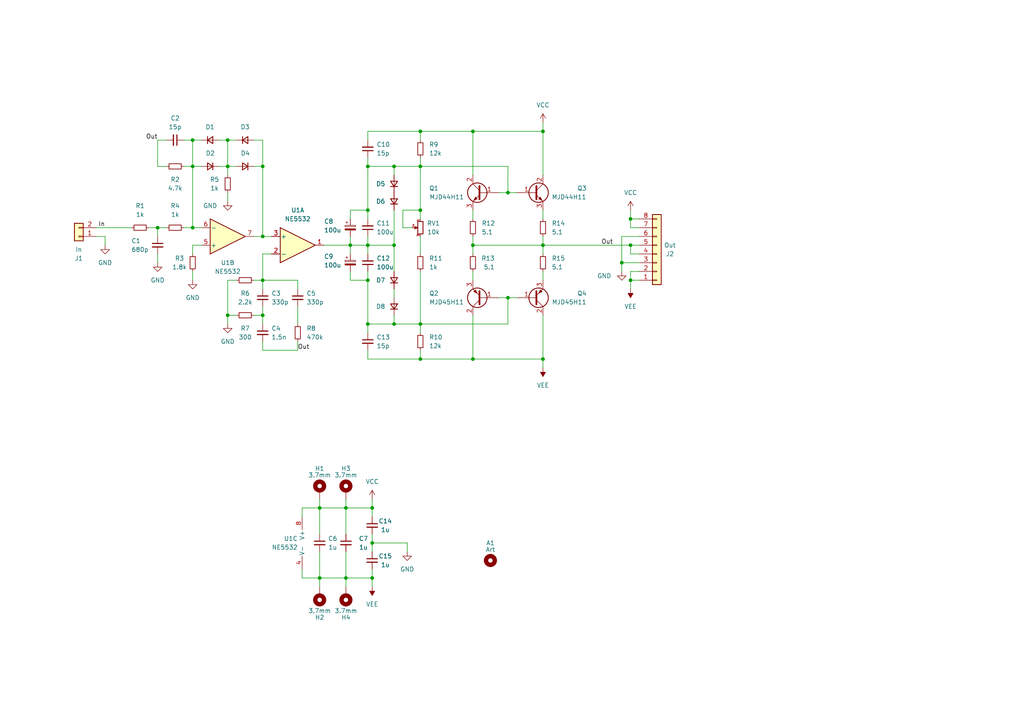
<source format=kicad_sch>
(kicad_sch (version 20211123) (generator eeschema)
  (paper "A4")
  (lib_symbols
    (symbol "Amplifier_Operational:NE5532" (pin_names (offset 0.127))
      (property "Reference" "U" (at 0 5.08 0))
      (property "Value" "NE5532" (at 0 -5.08 0))
      (symbol "NE5532_1_1"
        (polyline (pts (xy -5.08 5.08) (xy 5.08 0) (xy -5.08 -5.08) (xy -5.08 5.08)) (stroke (width 0.254)) (fill (type background)))
        (pin output line (at 7.62 0 180) (length 2.54) (name "~") (number "1"))
        (pin input line (at -7.62 -2.54 0) (length 2.54) (name "-") (number "2"))
        (pin input line (at -7.62 2.54 0) (length 2.54) (name "+") (number "3"))
      )
      (symbol "NE5532_2_1"
        (polyline (pts (xy -5.08 5.08) (xy 5.08 0) (xy -5.08 -5.08) (xy -5.08 5.08)) (stroke (width 0.254)) (fill (type background)))
        (pin input line (at -7.62 2.54 0) (length 2.54) (name "+") (number "5"))
        (pin input line (at -7.62 -2.54 0) (length 2.54) (name "-") (number "6"))
        (pin output line (at 7.62 0 180) (length 2.54) (name "~") (number "7"))
      )
      (symbol "NE5532_3_1"
        (pin power_in line (at -2.54 -7.62 90) (length 3.81) (name "V-") (number "4"))
        (pin power_in line (at -2.54 7.62 270) (length 3.81) (name "V+") (number "8"))
      )
    )
    (symbol "Connector_Generic:Conn_01x02" (pin_names (offset 1.016) hide)
      (property "Reference" "J" (at 0 2.54 0))
      (property "Value" "Conn_01x02" (at 0 -5.08 0))
      (symbol "Conn_01x02_1_1"
        (rectangle (start -1.27 -2.413) (end 0 -2.667) (stroke (width 0.1524)))
        (rectangle (start -1.27 0.127) (end 0 -0.127) (stroke (width 0.1524)))
        (rectangle (start -1.27 1.27) (end 1.27 -3.81) (stroke (width 0.254)) (fill (type background)))
        (pin passive line (at -5.08 0 0) (length 3.81) (name "Pin_1") (number "1"))
        (pin passive line (at -5.08 -2.54 0) (length 3.81) (name "Pin_2") (number "2"))
      )
    )
    (symbol "Connector_Generic:Conn_01x08" (pin_names (offset 1.016) hide)
      (property "Reference" "J" (at 0 10.16 0))
      (property "Value" "Conn_01x08" (at 0 -12.7 0))
      (symbol "Conn_01x08_1_1"
        (rectangle (start -1.27 -10.033) (end 0 -10.287) (stroke (width 0.1524)))
        (rectangle (start -1.27 -7.493) (end 0 -7.747) (stroke (width 0.1524)))
        (rectangle (start -1.27 -4.953) (end 0 -5.207) (stroke (width 0.1524)))
        (rectangle (start -1.27 -2.413) (end 0 -2.667) (stroke (width 0.1524)))
        (rectangle (start -1.27 0.127) (end 0 -0.127) (stroke (width 0.1524)))
        (rectangle (start -1.27 2.667) (end 0 2.413) (stroke (width 0.1524)))
        (rectangle (start -1.27 5.207) (end 0 4.953) (stroke (width 0.1524)))
        (rectangle (start -1.27 7.747) (end 0 7.493) (stroke (width 0.1524)))
        (rectangle (start -1.27 8.89) (end 1.27 -11.43) (stroke (width 0.254)) (fill (type background)))
        (pin passive line (at -5.08 7.62 0) (length 3.81) (name "Pin_1") (number "1"))
        (pin passive line (at -5.08 5.08 0) (length 3.81) (name "Pin_2") (number "2"))
        (pin passive line (at -5.08 2.54 0) (length 3.81) (name "Pin_3") (number "3"))
        (pin passive line (at -5.08 0 0) (length 3.81) (name "Pin_4") (number "4"))
        (pin passive line (at -5.08 -2.54 0) (length 3.81) (name "Pin_5") (number "5"))
        (pin passive line (at -5.08 -5.08 0) (length 3.81) (name "Pin_6") (number "6"))
        (pin passive line (at -5.08 -7.62 0) (length 3.81) (name "Pin_7") (number "7"))
        (pin passive line (at -5.08 -10.16 0) (length 3.81) (name "Pin_8") (number "8"))
      )
    )
    (symbol "Device:C_Polarized_Small" (pin_numbers hide) (pin_names (offset 0.254) hide)
      (property "Reference" "C" (at 0.254 1.778 0))
      (property "Value" "C_Polarized_Small" (at 0.254 -2.032 0))
      (symbol "C_Polarized_Small_0_1"
        (rectangle (start -1.524 -0.3048) (end 1.524 -0.6858) (fill (type outline)))
        (rectangle (start -1.524 0.6858) (end 1.524 0.3048))
        (polyline (pts (xy -1.27 1.524) (xy -0.762 1.524)))
        (polyline (pts (xy -1.016 1.27) (xy -1.016 1.778)))
      )
      (symbol "C_Polarized_Small_1_1"
        (pin passive line (at 0 2.54 270) (length 1.8542) (name "~") (number "1"))
        (pin passive line (at 0 -2.54 90) (length 1.8542) (name "~") (number "2"))
      )
    )
    (symbol "Device:C_Small" (pin_numbers hide) (pin_names (offset 0.254) hide)
      (property "Reference" "C" (at 0.254 1.778 0))
      (property "Value" "C_Small" (at 0.254 -2.032 0))
      (symbol "C_Small_0_1"
        (polyline (pts (xy -1.524 -0.508) (xy 1.524 -0.508)) (stroke (width 0.3302)))
        (polyline (pts (xy -1.524 0.508) (xy 1.524 0.508)) (stroke (width 0.3048)))
      )
      (symbol "C_Small_1_1"
        (pin passive line (at 0 2.54 270) (length 2.032) (name "~") (number "1"))
        (pin passive line (at 0 -2.54 90) (length 2.032) (name "~") (number "2"))
      )
    )
    (symbol "Device:D_Small" (pin_numbers hide) (pin_names (offset 0.254) hide)
      (property "Reference" "D" (at -1.27 2.032 0))
      (property "Value" "D_Small" (at -3.81 -2.032 0))
      (symbol "D_Small_0_1"
        (polyline (pts (xy -0.762 -1.016) (xy -0.762 1.016)) (stroke (width 0.254)))
        (polyline (pts (xy -0.762 0) (xy 0.762 0)))
        (polyline (pts (xy 0.762 -1.016) (xy -0.762 0) (xy 0.762 1.016) (xy 0.762 -1.016)) (stroke (width 0.254)))
      )
      (symbol "D_Small_1_1"
        (pin passive line (at -2.54 0 0) (length 1.778) (name "K") (number "1"))
        (pin passive line (at 2.54 0 180) (length 1.778) (name "A") (number "2"))
      )
    )
    (symbol "Device:R_Potentiometer_Small" (pin_names (offset 1.016) hide)
      (property "Reference" "RV" (at -4.445 0 90))
      (property "Value" "R_Potentiometer_Small" (at -2.54 0 90))
      (symbol "R_Potentiometer_Small_0_1"
        (polyline (pts (xy 0.889 0) (xy 0.635 0) (xy 1.651 0.381) (xy 1.651 -0.381) (xy 0.635 0) (xy 0.889 0)) (fill (type outline)))
        (rectangle (start 0.762 1.8034) (end -0.762 -1.8034) (stroke (width 0.254)))
      )
      (symbol "R_Potentiometer_Small_1_1"
        (pin passive line (at 0 2.54 270) (length 0.635) (name "1") (number "1"))
        (pin passive line (at 2.54 0 180) (length 0.9906) (name "2") (number "2"))
        (pin passive line (at 0 -2.54 90) (length 0.635) (name "3") (number "3"))
      )
    )
    (symbol "Device:R_Small" (pin_numbers hide) (pin_names (offset 0.254) hide)
      (property "Reference" "R" (at 0.762 0.508 0))
      (property "Value" "R_Small" (at 0.762 -1.016 0))
      (symbol "R_Small_0_1"
        (rectangle (start -0.762 1.778) (end 0.762 -1.778) (stroke (width 0.2032)))
      )
      (symbol "R_Small_1_1"
        (pin passive line (at 0 2.54 270) (length 0.762) (name "~") (number "1"))
        (pin passive line (at 0 -2.54 90) (length 0.762) (name "~") (number "2"))
      )
    )
    (symbol "Mechanical:MountingHole" (pin_names (offset 1.016))
      (property "Reference" "H" (at 0 5.08 0))
      (property "Value" "MountingHole" (at 0 3.175 0))
      (symbol "MountingHole_0_1"
        (circle (center 0 0) (radius 1.27) (stroke (width 1.27)))
      )
    )
    (symbol "Mechanical:MountingHole_Pad" (pin_numbers hide) (pin_names (offset 1.016) hide)
      (property "Reference" "H" (at 0 6.35 0))
      (property "Value" "MountingHole_Pad" (at 0 4.445 0))
      (symbol "MountingHole_Pad_0_1"
        (circle (center 0 1.27) (radius 1.27) (stroke (width 1.27)))
      )
      (symbol "MountingHole_Pad_1_1"
        (pin input line (at 0 -2.54 90) (length 2.54) (name "1") (number "1"))
      )
    )
    (symbol "Transistor_BJT:TIP41" (pin_names (offset 0) hide)
      (property "Reference" "Q" (at 6.35 1.905 0))
      (property "Value" "TIP41" (at 6.35 0 0))
      (symbol "TIP41_0_1"
        (polyline (pts (xy 0.635 0.635) (xy 2.54 2.54)))
        (polyline (pts (xy 0.635 -0.635) (xy 2.54 -2.54) (xy 2.54 -2.54)))
        (polyline (pts (xy 0.635 1.905) (xy 0.635 -1.905) (xy 0.635 -1.905)) (stroke (width 0.508)))
        (polyline (pts (xy 1.27 -1.778) (xy 1.778 -1.27) (xy 2.286 -2.286) (xy 1.27 -1.778) (xy 1.27 -1.778)) (fill (type outline)))
        (circle (center 1.27 0) (radius 2.8194) (stroke (width 0.254)))
      )
      (symbol "TIP41_1_1"
        (pin input line (at -5.08 0 0) (length 5.715) (name "B") (number "1"))
        (pin passive line (at 2.54 5.08 270) (length 2.54) (name "C") (number "2"))
        (pin passive line (at 2.54 -5.08 90) (length 2.54) (name "E") (number "3"))
      )
    )
    (symbol "Transistor_BJT:TIP42" (pin_names (offset 0) hide)
      (property "Reference" "Q" (at 6.35 1.905 0))
      (property "Value" "TIP42" (at 6.35 0 0))
      (symbol "TIP42_0_1"
        (polyline (pts (xy 0.635 0.635) (xy 2.54 2.54)))
        (polyline (pts (xy 0.635 -0.635) (xy 2.54 -2.54) (xy 2.54 -2.54)))
        (polyline (pts (xy 0.635 1.905) (xy 0.635 -1.905) (xy 0.635 -1.905)) (stroke (width 0.508)))
        (polyline (pts (xy 2.286 -1.778) (xy 1.778 -2.286) (xy 1.27 -1.27) (xy 2.286 -1.778) (xy 2.286 -1.778)) (fill (type outline)))
        (circle (center 1.27 0) (radius 2.8194) (stroke (width 0.254)))
      )
      (symbol "TIP42_1_1"
        (pin input line (at -5.08 0 0) (length 5.715) (name "B") (number "1"))
        (pin passive line (at 2.54 5.08 270) (length 2.54) (name "C") (number "2"))
        (pin passive line (at 2.54 -5.08 90) (length 2.54) (name "E") (number "3"))
      )
    )
    (symbol "power:GND" (power) (pin_names (offset 0))
      (property "Value" "GND" (at 0 -3.81 0))
      (symbol "GND_0_1"
        (polyline (pts (xy 0 0) (xy 0 -1.27) (xy 1.27 -1.27) (xy 0 -2.54) (xy -1.27 -1.27) (xy 0 -1.27)))
      )
      (symbol "GND_1_1"
        (pin power_in line (at 0 0 270) (length 0) hide (name "GND") (number "1"))
      )
    )
    (symbol "power:VCC" (power) (pin_names (offset 0))
      (property "Value" "VCC" (at 0 3.81 0))
      (symbol "VCC_0_1"
        (polyline (pts (xy -0.762 1.27) (xy 0 2.54)))
        (polyline (pts (xy 0 0) (xy 0 2.54)))
        (polyline (pts (xy 0 2.54) (xy 0.762 1.27)))
      )
      (symbol "VCC_1_1"
        (pin power_in line (at 0 0 90) (length 0) hide (name "VCC") (number "1"))
      )
    )
    (symbol "power:VEE" (power) (pin_names (offset 0))
      (property "Value" "VEE" (at 0 3.81 0))
      (symbol "VEE_0_1"
        (polyline (pts (xy 0 0) (xy 0 2.54)))
        (polyline (pts (xy 0.762 1.27) (xy -0.762 1.27) (xy 0 2.54) (xy 0.762 1.27)) (fill (type outline)))
      )
      (symbol "VEE_1_1"
        (pin power_in line (at 0 0 90) (length 0) hide (name "VEE") (number "1"))
      )
    )
  )
  (junction (at 92.71 167.64))
  (junction (at 45.72 66.04))
  (junction (at 121.92 48.26))
  (junction (at 121.92 93.98))
  (junction (at 137.16 71.12))
  (junction (at 106.68 93.98))
  (junction (at 106.68 71.12))
  (junction (at 76.2 48.26))
  (junction (at 66.04 40.64))
  (junction (at 147.32 55.88))
  (junction (at 121.92 60.96))
  (junction (at 106.68 48.26))
  (junction (at 55.88 48.26))
  (junction (at 107.95 147.32))
  (junction (at 66.04 48.26))
  (junction (at 76.2 68.58))
  (junction (at 76.2 91.44))
  (junction (at 55.88 40.64))
  (junction (at 114.3 48.26))
  (junction (at 106.68 81.28))
  (junction (at 137.16 38.1))
  (junction (at 106.68 60.96))
  (junction (at 107.95 167.64))
  (junction (at 66.04 91.44))
  (junction (at 121.92 38.1))
  (junction (at 114.3 93.98))
  (junction (at 76.2 81.28))
  (junction (at 114.3 71.12))
  (junction (at 182.88 71.12))
  (junction (at 137.16 104.14))
  (junction (at 55.88 66.04))
  (junction (at 182.88 81.28))
  (junction (at 157.48 38.1))
  (junction (at 100.33 167.64))
  (junction (at 157.48 71.12))
  (junction (at 147.32 86.36))
  (junction (at 157.48 104.14))
  (junction (at 182.88 63.5))
  (junction (at 180.34 76.2))
  (junction (at 101.6 71.12))
  (junction (at 100.33 147.32))
  (junction (at 92.71 147.32))
  (junction (at 107.95 157.48))
  (junction (at 121.92 104.14))
  (wire (pts (xy 147.32 55.88) (xy 147.32 48.26)))
  (wire (pts (xy 76.2 48.26) (xy 73.66 48.26)))
  (wire (pts (xy 144.78 86.36) (xy 147.32 86.36)))
  (wire (pts (xy 92.71 167.64) (xy 100.33 167.64)))
  (wire (pts (xy 106.68 93.98) (xy 106.68 96.52)))
  (wire (pts (xy 121.92 104.14) (xy 137.16 104.14)))
  (wire (pts (xy 182.88 63.5) (xy 182.88 66.04)))
  (wire (pts (xy 45.72 66.04) (xy 45.72 68.58)))
  (wire (pts (xy 137.16 60.96) (xy 137.16 63.5)))
  (wire (pts (xy 107.95 157.48) (xy 118.11 157.48)))
  (wire (pts (xy 101.6 71.12) (xy 101.6 73.66)))
  (wire (pts (xy 121.92 48.26) (xy 147.32 48.26)))
  (wire (pts (xy 107.95 144.78) (xy 107.95 147.32)))
  (wire (pts (xy 114.3 93.98) (xy 121.92 93.98)))
  (wire (pts (xy 107.95 165.1) (xy 107.95 167.64)))
  (wire (pts (xy 106.68 48.26) (xy 114.3 48.26)))
  (wire (pts (xy 76.2 99.06) (xy 76.2 101.6)))
  (wire (pts (xy 101.6 68.58) (xy 101.6 71.12)))
  (wire (pts (xy 157.48 104.14) (xy 157.48 106.68)))
  (wire (pts (xy 92.71 147.32) (xy 92.71 154.94)))
  (wire (pts (xy 66.04 55.88) (xy 66.04 58.42)))
  (wire (pts (xy 116.84 66.04) (xy 119.38 66.04)))
  (wire (pts (xy 157.48 68.58) (xy 157.48 71.12)))
  (wire (pts (xy 180.34 76.2) (xy 180.34 78.74)))
  (wire (pts (xy 55.88 66.04) (xy 58.42 66.04)))
  (wire (pts (xy 92.71 160.02) (xy 92.71 167.64)))
  (wire (pts (xy 137.16 71.12) (xy 137.16 73.66)))
  (wire (pts (xy 137.16 71.12) (xy 157.48 71.12)))
  (wire (pts (xy 182.88 78.74) (xy 185.42 78.74)))
  (wire (pts (xy 182.88 63.5) (xy 185.42 63.5)))
  (wire (pts (xy 43.18 66.04) (xy 45.72 66.04)))
  (wire (pts (xy 87.63 147.32) (xy 87.63 149.86)))
  (wire (pts (xy 114.3 48.26) (xy 121.92 48.26)))
  (wire (pts (xy 55.88 48.26) (xy 58.42 48.26)))
  (wire (pts (xy 182.88 78.74) (xy 182.88 81.28)))
  (wire (pts (xy 93.98 71.12) (xy 101.6 71.12)))
  (wire (pts (xy 157.48 71.12) (xy 157.48 73.66)))
  (wire (pts (xy 182.88 71.12) (xy 185.42 71.12)))
  (wire (pts (xy 30.48 71.12) (xy 30.48 68.58)))
  (wire (pts (xy 121.92 48.26) (xy 121.92 60.96)))
  (wire (pts (xy 101.6 71.12) (xy 106.68 71.12)))
  (wire (pts (xy 66.04 48.26) (xy 66.04 50.8)))
  (wire (pts (xy 66.04 81.28) (xy 66.04 91.44)))
  (wire (pts (xy 45.72 73.66) (xy 45.72 76.2)))
  (wire (pts (xy 107.95 157.48) (xy 107.95 154.94)))
  (wire (pts (xy 157.48 78.74) (xy 157.48 81.28)))
  (wire (pts (xy 55.88 71.12) (xy 55.88 73.66)))
  (wire (pts (xy 180.34 68.58) (xy 180.34 76.2)))
  (wire (pts (xy 76.2 91.44) (xy 76.2 93.98)))
  (wire (pts (xy 185.42 76.2) (xy 180.34 76.2)))
  (wire (pts (xy 121.92 38.1) (xy 121.92 40.64)))
  (wire (pts (xy 121.92 68.58) (xy 121.92 73.66)))
  (wire (pts (xy 114.3 91.44) (xy 114.3 93.98)))
  (wire (pts (xy 92.71 147.32) (xy 100.33 147.32)))
  (wire (pts (xy 157.48 60.96) (xy 157.48 63.5)))
  (wire (pts (xy 66.04 48.26) (xy 63.5 48.26)))
  (wire (pts (xy 157.48 91.44) (xy 157.48 104.14)))
  (wire (pts (xy 66.04 40.64) (xy 68.58 40.64)))
  (wire (pts (xy 118.11 157.48) (xy 118.11 160.02)))
  (wire (pts (xy 68.58 81.28) (xy 66.04 81.28)))
  (wire (pts (xy 66.04 48.26) (xy 66.04 40.64)))
  (wire (pts (xy 121.92 104.14) (xy 121.92 101.6)))
  (wire (pts (xy 86.36 81.28) (xy 76.2 81.28)))
  (wire (pts (xy 63.5 40.64) (xy 66.04 40.64)))
  (wire (pts (xy 53.34 66.04) (xy 55.88 66.04)))
  (wire (pts (xy 114.3 48.26) (xy 114.3 50.8)))
  (wire (pts (xy 100.33 160.02) (xy 100.33 167.64)))
  (wire (pts (xy 106.68 101.6) (xy 106.68 104.14)))
  (wire (pts (xy 87.63 167.64) (xy 92.71 167.64)))
  (wire (pts (xy 106.68 40.64) (xy 106.68 38.1)))
  (wire (pts (xy 147.32 55.88) (xy 149.86 55.88)))
  (wire (pts (xy 101.6 63.5) (xy 101.6 60.96)))
  (wire (pts (xy 48.26 48.26) (xy 45.72 48.26)))
  (wire (pts (xy 86.36 88.9) (xy 86.36 93.98)))
  (wire (pts (xy 137.16 91.44) (xy 137.16 104.14)))
  (wire (pts (xy 76.2 101.6) (xy 86.36 101.6)))
  (wire (pts (xy 73.66 68.58) (xy 76.2 68.58)))
  (wire (pts (xy 76.2 73.66) (xy 76.2 81.28)))
  (wire (pts (xy 106.68 45.72) (xy 106.68 48.26)))
  (wire (pts (xy 101.6 81.28) (xy 106.68 81.28)))
  (wire (pts (xy 55.88 40.64) (xy 55.88 48.26)))
  (wire (pts (xy 76.2 91.44) (xy 73.66 91.44)))
  (wire (pts (xy 121.92 93.98) (xy 147.32 93.98)))
  (wire (pts (xy 114.3 78.74) (xy 114.3 71.12)))
  (wire (pts (xy 73.66 40.64) (xy 76.2 40.64)))
  (wire (pts (xy 55.88 78.74) (xy 55.88 81.28)))
  (wire (pts (xy 55.88 40.64) (xy 53.34 40.64)))
  (wire (pts (xy 121.92 78.74) (xy 121.92 93.98)))
  (wire (pts (xy 86.36 81.28) (xy 86.36 83.82)))
  (wire (pts (xy 121.92 63.5) (xy 121.92 60.96)))
  (wire (pts (xy 76.2 88.9) (xy 76.2 91.44)))
  (wire (pts (xy 121.92 60.96) (xy 116.84 60.96)))
  (wire (pts (xy 182.88 66.04) (xy 185.42 66.04)))
  (wire (pts (xy 107.95 147.32) (xy 107.95 149.86)))
  (wire (pts (xy 137.16 68.58) (xy 137.16 71.12)))
  (wire (pts (xy 78.74 73.66) (xy 76.2 73.66)))
  (wire (pts (xy 144.78 55.88) (xy 147.32 55.88)))
  (wire (pts (xy 76.2 48.26) (xy 76.2 68.58)))
  (wire (pts (xy 76.2 68.58) (xy 78.74 68.58)))
  (wire (pts (xy 87.63 147.32) (xy 92.71 147.32)))
  (wire (pts (xy 137.16 38.1) (xy 157.48 38.1)))
  (wire (pts (xy 92.71 144.78) (xy 92.71 147.32)))
  (wire (pts (xy 182.88 73.66) (xy 182.88 71.12)))
  (wire (pts (xy 66.04 91.44) (xy 66.04 93.98)))
  (wire (pts (xy 185.42 73.66) (xy 182.88 73.66)))
  (wire (pts (xy 157.48 35.56) (xy 157.48 38.1)))
  (wire (pts (xy 106.68 68.58) (xy 106.68 71.12)))
  (wire (pts (xy 121.92 45.72) (xy 121.92 48.26)))
  (wire (pts (xy 76.2 40.64) (xy 76.2 48.26)))
  (wire (pts (xy 100.33 147.32) (xy 107.95 147.32)))
  (wire (pts (xy 100.33 144.78) (xy 100.33 147.32)))
  (wire (pts (xy 30.48 68.58) (xy 27.94 68.58)))
  (wire (pts (xy 101.6 60.96) (xy 106.68 60.96)))
  (wire (pts (xy 106.68 104.14) (xy 121.92 104.14)))
  (wire (pts (xy 55.88 48.26) (xy 55.88 66.04)))
  (wire (pts (xy 76.2 81.28) (xy 73.66 81.28)))
  (wire (pts (xy 106.68 38.1) (xy 121.92 38.1)))
  (wire (pts (xy 45.72 66.04) (xy 48.26 66.04)))
  (wire (pts (xy 100.33 147.32) (xy 100.33 154.94)))
  (wire (pts (xy 121.92 38.1) (xy 137.16 38.1)))
  (wire (pts (xy 55.88 40.64) (xy 58.42 40.64)))
  (wire (pts (xy 121.92 93.98) (xy 121.92 96.52)))
  (wire (pts (xy 182.88 81.28) (xy 182.88 83.82)))
  (wire (pts (xy 180.34 68.58) (xy 185.42 68.58)))
  (wire (pts (xy 182.88 81.28) (xy 185.42 81.28)))
  (wire (pts (xy 116.84 60.96) (xy 116.84 66.04)))
  (wire (pts (xy 182.88 60.96) (xy 182.88 63.5)))
  (wire (pts (xy 107.95 160.02) (xy 107.95 157.48)))
  (wire (pts (xy 106.68 93.98) (xy 114.3 93.98)))
  (wire (pts (xy 114.3 83.82) (xy 114.3 86.36)))
  (wire (pts (xy 157.48 71.12) (xy 182.88 71.12)))
  (wire (pts (xy 58.42 71.12) (xy 55.88 71.12)))
  (wire (pts (xy 100.33 170.18) (xy 100.33 167.64)))
  (wire (pts (xy 86.36 99.06) (xy 86.36 101.6)))
  (wire (pts (xy 107.95 167.64) (xy 107.95 170.18)))
  (wire (pts (xy 114.3 60.96) (xy 114.3 71.12)))
  (wire (pts (xy 137.16 38.1) (xy 137.16 50.8)))
  (wire (pts (xy 101.6 78.74) (xy 101.6 81.28)))
  (wire (pts (xy 147.32 86.36) (xy 149.86 86.36)))
  (wire (pts (xy 68.58 48.26) (xy 66.04 48.26)))
  (wire (pts (xy 106.68 71.12) (xy 114.3 71.12)))
  (wire (pts (xy 87.63 165.1) (xy 87.63 167.64)))
  (wire (pts (xy 45.72 40.64) (xy 45.72 48.26)))
  (wire (pts (xy 147.32 86.36) (xy 147.32 93.98)))
  (wire (pts (xy 100.33 167.64) (xy 107.95 167.64)))
  (wire (pts (xy 106.68 81.28) (xy 106.68 93.98)))
  (wire (pts (xy 106.68 71.12) (xy 106.68 73.66)))
  (wire (pts (xy 27.94 66.04) (xy 38.1 66.04)))
  (wire (pts (xy 53.34 48.26) (xy 55.88 48.26)))
  (wire (pts (xy 137.16 78.74) (xy 137.16 81.28)))
  (wire (pts (xy 48.26 40.64) (xy 45.72 40.64)))
  (wire (pts (xy 137.16 104.14) (xy 157.48 104.14)))
  (wire (pts (xy 106.68 60.96) (xy 106.68 63.5)))
  (wire (pts (xy 76.2 81.28) (xy 76.2 83.82)))
  (wire (pts (xy 106.68 78.74) (xy 106.68 81.28)))
  (wire (pts (xy 66.04 91.44) (xy 68.58 91.44)))
  (wire (pts (xy 157.48 38.1) (xy 157.48 50.8)))
  (wire (pts (xy 92.71 170.18) (xy 92.71 167.64)))
  (wire (pts (xy 106.68 48.26) (xy 106.68 60.96)))
  (label "Out" (at 45.72 40.64 180))
  (label "In" (at 30.48 66.04 180))
  (label "Out" (at 86.36 101.6 0))
  (label "Out" (at 177.8 71.12 180))
  (symbol (lib_id "Device:C_Small") (at 86.36 86.36 0) (unit 1)
    (property "Reference" "C5" (at 88.9 85.0962 0) (effects (justify left)))
    (property "Value" "330p" (at 88.9 87.6362 0) (effects (justify left)))
    (property "Footprint" "Capacitor_SMD:C_0603_1608Metric" (effects hide))
  )
  (symbol (lib_id "power:GND") (at 66.04 58.42 0) (unit 1)
    (property "Reference" "#PWR05" (effects hide))
    (property "Value" "GND" (at 60.96 59.6899 0))
  )
  (symbol (lib_id "Amplifier_Operational:NE5532") (at 90.17 157.48 0) (unit 3)
    (property "Reference" "U1" (at 86.36 156.2099 0) (effects (justify right)))
    (property "Value" "NE5532" (at 86.36 158.7499 0) (effects (justify right)))
    (property "Footprint" "Package_SO:SOIC-8_3.9x4.9mm_P1.27mm" (effects hide))
    (property "Datasheet" "http://www.ti.com/lit/ds/symlink/ne5532.pdf" (effects hide))
  )
  (symbol (lib_id "Device:C_Small") (at 107.95 152.4 0) (unit 1)
    (property "Reference" "C14" (at 111.76 151.1362 0))
    (property "Value" "1u" (at 111.76 153.6762 0))
    (property "Footprint" "Capacitor_SMD:C_0603_1608Metric" (effects hide))
    (property "LCSC part number" "C15849" (effects hide))
    (property "Part number" "CL10A105KB8NNNC" (effects hide))
  )
  (symbol (lib_id "power:VCC") (at 182.88 60.96 0) (unit 1)
    (property "Reference" "#PWR012" (effects hide))
    (property "Value" "VCC" (at 182.88 55.88 0))
  )
  (symbol (lib_id "power:GND") (at 118.11 160.02 0) (unit 1)
    (property "Reference" "#PWR08" (effects hide))
    (property "Value" "GND" (at 118.11 165.1 0))
  )
  (symbol (lib_id "Device:R_Small") (at 40.64 66.04 90) (unit 1)
    (property "Reference" "R1" (at 40.64 59.69 90))
    (property "Value" "1k" (at 40.64 62.23 90))
    (property "Footprint" "Resistor_SMD:R_1206_3216Metric" (effects hide))
  )
  (symbol (lib_id "Device:R_Small") (at 55.88 76.2 0) (mirror y) (unit 1)
    (property "Reference" "R3" (at 52.07 74.9299 0))
    (property "Value" "1.8k" (at 52.07 77.4699 0))
    (property "Footprint" "Resistor_SMD:R_1206_3216Metric" (effects hide))
  )
  (symbol (lib_id "Device:R_Small") (at 157.48 76.2 0) (mirror y) (unit 1)
    (property "Reference" "R15" (at 160.02 74.9299 0) (effects (justify right)))
    (property "Value" "5.1" (at 160.02 77.4699 0) (effects (justify right)))
    (property "Footprint" "Resistor_SMD:R_1206_3216Metric" (effects hide))
  )
  (symbol (lib_id "power:VCC") (at 107.95 144.78 0) (unit 1)
    (property "Reference" "#PWR06" (effects hide))
    (property "Value" "VCC" (at 107.95 139.7 0))
  )
  (symbol (lib_id "Device:C_Polarized_Small") (at 101.6 76.2 0) (unit 1)
    (property "Reference" "C9" (at 93.98 74.3838 0) (effects (justify left)))
    (property "Value" "100u" (at 93.98 76.9238 0) (effects (justify left)))
    (property "Footprint" "Capacitor_SMD:CP_Elec_8x6.9" (effects hide))
    (property "Part number" "EEE-FK1V101GV" (effects hide))
  )
  (symbol (lib_id "Mechanical:MountingHole_Pad") (at 92.71 142.24 0) (unit 1)
    (property "Reference" "H1" (at 92.71 135.89 0))
    (property "Value" "3.7mm" (at 92.71 137.795 0))
    (property "Footprint" "Omicron:MountingHole_3.2mm_M3_DIN965_Pad_3.7mm_Hole" (effects hide))
  )
  (symbol (lib_id "Device:C_Small") (at 107.95 162.56 0) (unit 1)
    (property "Reference" "C15" (at 111.76 161.2962 0))
    (property "Value" "1u" (at 111.76 163.8362 0))
    (property "Footprint" "Capacitor_SMD:C_0603_1608Metric" (effects hide))
    (property "LCSC part number" "C15849" (effects hide))
    (property "Part number" "CL10A105KB8NNNC" (effects hide))
  )
  (symbol (lib_id "Transistor_BJT:TIP41") (at 154.94 55.88 0) (unit 1)
    (property "Reference" "Q3" (at 170.18 54.6099 0) (effects (justify right)))
    (property "Value" "MJD44H11" (at 160.02 57.1499 0) (effects (justify left)))
    (property "Footprint" "Package_TO_SOT_SMD:TO-252-2" (effects hide))
    (property "Datasheet" "https://www.centralsemi.com/get_document.php?cmp=1&mergetype=pd&mergepath=pd&pdf_id=tip41.PDF" (effects hide))
  )
  (symbol (lib_id "Device:R_Small") (at 66.04 53.34 0) (mirror x) (unit 1)
    (property "Reference" "R5" (at 62.23 52.0699 0))
    (property "Value" "1k" (at 62.23 54.6099 0))
    (property "Footprint" "Resistor_SMD:R_1206_3216Metric" (effects hide))
  )
  (symbol (lib_id "Device:R_Small") (at 50.8 66.04 90) (unit 1)
    (property "Reference" "R4" (at 50.8 59.69 90))
    (property "Value" "1k" (at 50.8 62.23 90))
    (property "Footprint" "Resistor_SMD:R_1206_3216Metric" (effects hide))
  )
  (symbol (lib_id "power:VEE") (at 182.88 83.82 180) (unit 1)
    (property "Reference" "#PWR013" (effects hide))
    (property "Value" "VEE" (at 182.88 88.9 0))
  )
  (symbol (lib_id "Amplifier_Operational:NE5532") (at 66.04 68.58 0) (mirror x) (unit 2)
    (property "Reference" "U1" (at 66.04 76.2 0))
    (property "Value" "NE5532" (at 66.04 78.74 0))
    (property "Footprint" "Package_SO:SOIC-8_3.9x4.9mm_P1.27mm" (effects hide))
    (property "Datasheet" "http://www.ti.com/lit/ds/symlink/ne5532.pdf" (effects hide))
  )
  (symbol (lib_id "Device:C_Small") (at 50.8 40.64 270) (mirror x) (unit 1)
    (property "Reference" "C2" (at 50.7937 34.29 90))
    (property "Value" "15p" (at 50.7937 36.83 90))
    (property "Footprint" "Capacitor_SMD:C_0603_1608Metric" (effects hide))
  )
  (symbol (lib_id "Connector_Generic:Conn_01x08") (at 190.5 73.66 0) (mirror x) (unit 1)
    (property "Reference" "J2" (at 194.31 73.6601 0))
    (property "Value" "Out" (at 194.31 71.1201 0))
    (property "Footprint" "Connector_PinHeader_2.54mm:PinHeader_1x08_P2.54mm_Vertical" (effects hide))
  )
  (symbol (lib_id "Device:C_Small") (at 106.68 99.06 0) (mirror y) (unit 1)
    (property "Reference" "C13" (at 109.22 97.7962 0) (effects (justify right)))
    (property "Value" "15p" (at 109.22 100.3362 0) (effects (justify right)))
    (property "Footprint" "Capacitor_SMD:C_0603_1608Metric" (effects hide))
  )
  (symbol (lib_id "Amplifier_Operational:NE5532") (at 86.36 71.12 0) (unit 1)
    (property "Reference" "U1" (at 86.36 60.96 0))
    (property "Value" "NE5532" (at 86.36 63.5 0))
    (property "Footprint" "Package_SO:SOIC-8_3.9x4.9mm_P1.27mm" (effects hide))
    (property "Datasheet" "http://www.ti.com/lit/ds/symlink/ne5532.pdf" (effects hide))
  )
  (symbol (lib_id "Device:R_Small") (at 137.16 66.04 0) (mirror y) (unit 1)
    (property "Reference" "R12" (at 139.7 64.7699 0) (effects (justify right)))
    (property "Value" "5.1" (at 139.7 67.3099 0) (effects (justify right)))
    (property "Footprint" "Resistor_SMD:R_1206_3216Metric" (effects hide))
  )
  (symbol (lib_id "Device:D_Small") (at 71.12 48.26 0) (mirror y) (unit 1)
    (property "Reference" "D4" (at 69.8009 44.45 0) (effects (justify right)))
    (property "Value" "D" (effects hide))
    (property "Footprint" "Diode_SMD:D_SOD-123" (effects hide))
    (property "LCSC part number" "C81598" (effects hide))
    (property "Part number" "1N4148W" (effects hide))
  )
  (symbol (lib_id "Device:R_Small") (at 157.48 66.04 0) (mirror y) (unit 1)
    (property "Reference" "R14" (at 160.02 64.7699 0) (effects (justify right)))
    (property "Value" "5.1" (at 160.02 67.3099 0) (effects (justify right)))
    (property "Footprint" "Resistor_SMD:R_1206_3216Metric" (effects hide))
  )
  (symbol (lib_id "Transistor_BJT:TIP42") (at 154.94 86.36 0) (mirror x) (unit 1)
    (property "Reference" "Q4" (at 170.18 85.0899 0) (effects (justify right)))
    (property "Value" "MJD45H11" (at 165.1 87.6299 0))
    (property "Footprint" "Package_TO_SOT_SMD:TO-252-2" (effects hide))
    (property "Datasheet" "https://www.centralsemi.com/get_document.php?cmp=1&mergetype=pd&mergepath=pd&pdf_id=TIP42.PDF" (effects hide))
  )
  (symbol (lib_id "Device:D_Small") (at 114.3 81.28 270) (mirror x) (unit 1)
    (property "Reference" "D7" (at 111.76 81.2799 90) (effects (justify right)))
    (property "Value" "D" (effects hide))
    (property "Footprint" "Diode_SMD:D_SOD-123" (effects hide))
    (property "LCSC part number" "C81598" (effects hide))
    (property "Part number" "1N4148W" (effects hide))
  )
  (symbol (lib_id "Device:C_Small") (at 92.71 157.48 0) (unit 1)
    (property "Reference" "C6" (at 96.52 156.2162 0))
    (property "Value" "1u" (at 96.52 158.7562 0))
    (property "Footprint" "Capacitor_SMD:C_0603_1608Metric" (effects hide))
    (property "LCSC part number" "C15849" (effects hide))
    (property "Part number" "CL10A105KB8NNNC" (effects hide))
  )
  (symbol (lib_id "Device:C_Small") (at 106.68 76.2 0) (mirror x) (unit 1)
    (property "Reference" "C12" (at 109.22 74.9235 0) (effects (justify left)))
    (property "Value" "100u" (at 109.22 77.4635 0) (effects (justify left)))
    (property "Footprint" "Backplane:C_Radial_D8.0mm_H11.5mm_P3.50mm_Sideways" (effects hide))
    (property "Part number" "EEE-FK1V101GV" (effects hide))
  )
  (symbol (lib_id "power:GND") (at 55.88 81.28 0) (unit 1)
    (property "Reference" "#PWR03" (effects hide))
    (property "Value" "GND" (at 55.88 86.36 0))
  )
  (symbol (lib_id "power:VEE") (at 107.95 170.18 180) (unit 1)
    (property "Reference" "#PWR07" (effects hide))
    (property "Value" "VEE" (at 107.95 175.26 0))
  )
  (symbol (lib_id "Device:R_Small") (at 50.8 48.26 90) (mirror x) (unit 1)
    (property "Reference" "R2" (at 50.8 52.07 90))
    (property "Value" "4.7k" (at 50.8 54.61 90))
    (property "Footprint" "Resistor_SMD:R_1206_3216Metric" (effects hide))
  )
  (symbol (lib_id "Mechanical:MountingHole_Pad") (at 100.33 172.72 0) (mirror x) (unit 1)
    (property "Reference" "H4" (at 100.33 179.07 0))
    (property "Value" "3.7mm" (at 100.33 177.165 0))
    (property "Footprint" "Omicron:MountingHole_3.2mm_M3_DIN965_Pad_3.7mm_Hole" (effects hide))
  )
  (symbol (lib_id "Transistor_BJT:TIP42") (at 139.7 86.36 180) (unit 1)
    (property "Reference" "Q2" (at 124.46 85.0899 0) (effects (justify right)))
    (property "Value" "MJD45H11" (at 129.54 87.6299 0))
    (property "Footprint" "Package_TO_SOT_SMD:TO-252-2" (effects hide))
    (property "Datasheet" "https://www.centralsemi.com/get_document.php?cmp=1&mergetype=pd&mergepath=pd&pdf_id=TIP42.PDF" (effects hide))
  )
  (symbol (lib_id "Device:R_Small") (at 71.12 91.44 270) (mirror x) (unit 1)
    (property "Reference" "R7" (at 71.12 95.25 90))
    (property "Value" "300" (at 71.12 97.79 90))
    (property "Footprint" "Resistor_SMD:R_1206_3216Metric" (effects hide))
  )
  (symbol (lib_id "Device:D_Small") (at 60.96 40.64 0) (mirror x) (unit 1)
    (property "Reference" "D1" (at 62.2792 36.83 0) (effects (justify right)))
    (property "Value" "D" (effects hide))
    (property "Footprint" "Diode_SMD:D_SOD-123" (effects hide))
    (property "LCSC part number" "C81598" (effects hide))
    (property "Part number" "1N4148W" (effects hide))
  )
  (symbol (lib_id "power:VEE") (at 157.48 106.68 180) (unit 1)
    (property "Reference" "#PWR010" (effects hide))
    (property "Value" "VEE" (at 157.48 111.76 0))
  )
  (symbol (lib_id "power:GND") (at 30.48 71.12 0) (unit 1)
    (property "Reference" "#PWR01" (effects hide))
    (property "Value" "GND" (at 30.48 76.2 0))
  )
  (symbol (lib_id "Device:C_Small") (at 76.2 86.36 0) (unit 1)
    (property "Reference" "C3" (at 78.74 85.0962 0) (effects (justify left)))
    (property "Value" "330p" (at 78.74 87.6362 0) (effects (justify left)))
    (property "Footprint" "Capacitor_SMD:C_0603_1608Metric" (effects hide))
  )
  (symbol (lib_id "Device:R_Small") (at 71.12 81.28 270) (mirror x) (unit 1)
    (property "Reference" "R6" (at 71.12 85.09 90))
    (property "Value" "2.2k" (at 71.12 87.63 90))
    (property "Footprint" "Resistor_SMD:R_1206_3216Metric" (effects hide))
  )
  (symbol (lib_id "Device:R_Small") (at 121.92 99.06 0) (mirror x) (unit 1)
    (property "Reference" "R10" (at 124.46 97.7899 0) (effects (justify left)))
    (property "Value" "12k" (at 124.46 100.3299 0) (effects (justify left)))
    (property "Footprint" "Resistor_SMD:R_1206_3216Metric" (effects hide))
  )
  (symbol (lib_id "Device:D_Small") (at 71.12 40.64 0) (mirror x) (unit 1)
    (property "Reference" "D3" (at 72.4392 36.83 0) (effects (justify right)))
    (property "Value" "D" (effects hide))
    (property "Footprint" "Diode_SMD:D_SOD-123" (effects hide))
    (property "LCSC part number" "C81598" (effects hide))
    (property "Part number" "1N4148W" (effects hide))
  )
  (symbol (lib_id "Connector_Generic:Conn_01x02") (at 22.86 68.58 180) (unit 1)
    (property "Reference" "J1" (at 22.86 74.93 0))
    (property "Value" "In" (at 22.86 72.39 0))
    (property "Footprint" "Connector_PinHeader_2.54mm:PinHeader_1x02_P2.54mm_Vertical" (effects hide))
  )
  (symbol (lib_id "power:GND") (at 66.04 93.98 0) (unit 1)
    (property "Reference" "#PWR04" (effects hide))
    (property "Value" "GND" (at 66.04 99.06 0))
  )
  (symbol (lib_id "power:GND") (at 180.34 78.74 0) (mirror y) (unit 1)
    (property "Reference" "#PWR011" (effects hide))
    (property "Value" "GND" (at 175.26 80.0099 0))
  )
  (symbol (lib_id "power:VCC") (at 157.48 35.56 0) (unit 1)
    (property "Reference" "#PWR09" (effects hide))
    (property "Value" "VCC" (at 157.48 30.48 0))
  )
  (symbol (lib_id "power:GND") (at 45.72 76.2 0) (unit 1)
    (property "Reference" "#PWR02" (effects hide))
    (property "Value" "GND" (at 45.72 81.28 0))
  )
  (symbol (lib_id "Device:C_Small") (at 76.2 96.52 0) (unit 1)
    (property "Reference" "C4" (at 78.74 95.2562 0) (effects (justify left)))
    (property "Value" "1.5n" (at 78.74 97.7962 0) (effects (justify left)))
    (property "Footprint" "Capacitor_SMD:C_0603_1608Metric" (effects hide))
  )
  (symbol (lib_id "Device:D_Small") (at 114.3 88.9 90) (unit 1)
    (property "Reference" "D8" (at 111.76 88.8999 90) (effects (justify left)))
    (property "Value" "D" (effects hide))
    (property "Footprint" "Diode_SMD:D_SOD-123" (effects hide))
    (property "LCSC part number" "C81598" (effects hide))
    (property "Part number" "1N4148W" (effects hide))
  )
  (symbol (lib_id "Device:R_Small") (at 86.36 96.52 0) (mirror x) (unit 1)
    (property "Reference" "R8" (at 88.9 95.2499 0) (effects (justify left)))
    (property "Value" "470k" (at 88.9 97.7899 0) (effects (justify left)))
    (property "Footprint" "Resistor_SMD:R_1206_3216Metric" (effects hide))
  )
  (symbol (lib_id "Device:R_Small") (at 137.16 76.2 0) (unit 1)
    (property "Reference" "R13" (at 143.51 74.9299 0) (effects (justify right)))
    (property "Value" "5.1" (at 143.51 77.4699 0) (effects (justify right)))
    (property "Footprint" "Resistor_SMD:R_1206_3216Metric" (effects hide))
  )
  (symbol (lib_id "Device:D_Small") (at 60.96 48.26 0) (mirror y) (unit 1)
    (property "Reference" "D2" (at 59.6409 44.45 0) (effects (justify right)))
    (property "Value" "D" (effects hide))
    (property "Footprint" "Diode_SMD:D_SOD-123" (effects hide))
    (property "LCSC part number" "C81598" (effects hide))
    (property "Part number" "1N4148W" (effects hide))
  )
  (symbol (lib_id "Device:C_Small") (at 106.68 43.18 180) (unit 1)
    (property "Reference" "C10" (at 109.22 41.9035 0) (effects (justify right)))
    (property "Value" "15p" (at 109.22 44.4435 0) (effects (justify right)))
    (property "Footprint" "Capacitor_SMD:C_0603_1608Metric" (effects hide))
  )
  (symbol (lib_id "Mechanical:MountingHole") (at 142.24 162.56 0) (unit 1)
    (property "Reference" "A1" (at 142.24 157.48 0))
    (property "Value" "Art" (at 142.24 159.385 0))
    (property "Footprint" "Omicron:Ariamelon_Logo_CU" (effects hide))
  )
  (symbol (lib_id "Device:D_Small") (at 114.3 53.34 270) (mirror x) (unit 1)
    (property "Reference" "D5" (at 111.76 53.3399 90) (effects (justify right)))
    (property "Value" "D" (effects hide))
    (property "Footprint" "Diode_SMD:D_SOD-123" (effects hide))
    (property "LCSC part number" "C81598" (effects hide))
    (property "Part number" "1N4148W" (effects hide))
  )
  (symbol (lib_id "Device:C_Polarized_Small") (at 101.6 66.04 0) (unit 1)
    (property "Reference" "C8" (at 93.98 64.2238 0) (effects (justify left)))
    (property "Value" "100u" (at 93.98 66.7638 0) (effects (justify left)))
    (property "Footprint" "Capacitor_SMD:CP_Elec_8x6.9" (effects hide))
    (property "Part number" "EEE-FK1V101GV" (effects hide))
  )
  (symbol (lib_id "Mechanical:MountingHole_Pad") (at 100.33 142.24 0) (unit 1)
    (property "Reference" "H3" (at 100.33 135.89 0))
    (property "Value" "3.7mm" (at 100.33 137.795 0))
    (property "Footprint" "Omicron:MountingHole_3.2mm_M3_DIN965_Pad_3.7mm_Hole" (effects hide))
  )
  (symbol (lib_id "Device:R_Small") (at 121.92 76.2 0) (mirror y) (unit 1)
    (property "Reference" "R11" (at 124.46 74.9299 0) (effects (justify right)))
    (property "Value" "1k" (at 124.46 77.4699 0) (effects (justify right)))
    (property "Footprint" "Resistor_SMD:R_1206_3216Metric" (effects hide))
  )
  (symbol (lib_id "Device:C_Small") (at 45.72 71.12 0) (unit 1)
    (property "Reference" "C1" (at 38.1 69.8562 0) (effects (justify left)))
    (property "Value" "680p" (at 38.1 72.3962 0) (effects (justify left)))
    (property "Footprint" "Capacitor_SMD:C_0603_1608Metric" (effects hide))
  )
  (symbol (lib_id "Device:R_Small") (at 121.92 43.18 0) (unit 1)
    (property "Reference" "R9" (at 124.46 41.9099 0) (effects (justify left)))
    (property "Value" "12k" (at 124.46 44.4499 0) (effects (justify left)))
    (property "Footprint" "Resistor_SMD:R_1206_3216Metric" (effects hide))
  )
  (symbol (lib_id "Transistor_BJT:TIP41") (at 139.7 55.88 0) (mirror y) (unit 1)
    (property "Reference" "Q1" (at 124.46 54.6099 0) (effects (justify right)))
    (property "Value" "MJD44H11" (at 134.62 57.1499 0) (effects (justify left)))
    (property "Footprint" "Package_TO_SOT_SMD:TO-252-2" (effects hide))
    (property "Datasheet" "https://www.centralsemi.com/get_document.php?cmp=1&mergetype=pd&mergepath=pd&pdf_id=tip41.PDF" (effects hide))
  )
  (symbol (lib_id "Mechanical:MountingHole_Pad") (at 92.71 172.72 0) (mirror x) (unit 1)
    (property "Reference" "H2" (at 92.71 179.07 0))
    (property "Value" "3.7mm" (at 92.71 177.165 0))
    (property "Footprint" "Omicron:MountingHole_3.2mm_M3_DIN965_Pad_3.7mm_Hole" (effects hide))
  )
  (symbol (lib_id "Device:R_Potentiometer_Small") (at 121.92 66.04 0) (mirror y) (unit 1)
    (property "Reference" "RV1" (at 125.73 64.7699 0))
    (property "Value" "10k" (at 125.73 67.3099 0))
    (property "Footprint" "Backplane:Potentiometer_Bourns_TC33X_Vertical" (effects hide))
  )
  (symbol (lib_id "Device:C_Small") (at 100.33 157.48 0) (unit 1)
    (property "Reference" "C7" (at 105.41 156.2162 0))
    (property "Value" "1u" (at 105.41 158.7562 0))
    (property "Footprint" "Capacitor_SMD:C_0603_1608Metric" (effects hide))
    (property "LCSC part number" "C15849" (effects hide))
    (property "Part number" "CL10A105KB8NNNC" (effects hide))
  )
  (symbol (lib_id "Device:C_Small") (at 106.68 66.04 0) (mirror x) (unit 1)
    (property "Reference" "C11" (at 109.22 64.7635 0) (effects (justify left)))
    (property "Value" "100u" (at 109.22 67.3035 0) (effects (justify left)))
    (property "Footprint" "Backplane:C_Radial_D8.0mm_H11.5mm_P3.50mm_Sideways" (effects hide))
    (property "Part number" "EEE-FK1V101GV" (effects hide))
  )
  (symbol (lib_id "Device:D_Small") (at 114.3 58.42 270) (mirror x) (unit 1)
    (property "Reference" "D6" (at 111.76 58.4199 90) (effects (justify right)))
    (property "Value" "D" (effects hide))
    (property "Footprint" "Diode_SMD:D_SOD-123" (effects hide))
    (property "LCSC part number" "C81598" (effects hide))
    (property "Part number" "1N4148W" (effects hide))
  )
)
</source>
